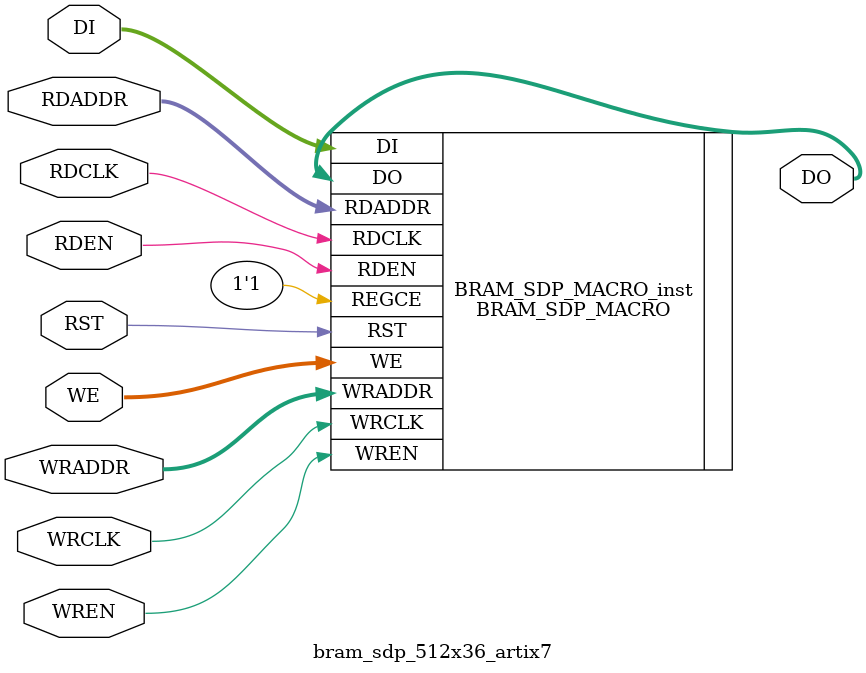
<source format=sv>
`default_nettype none
module bram_sdp_512x36_artix7 #(
    parameter int EN_REGISTER_MODE = 0
) (
    input  wire         RDCLK,
    input  wire         WRCLK,
    input  wire         RST,
    input  wire         RDEN,
    input  wire         WREN,
    input  wire  [ 3:0] WE,
    input  wire  [ 8:0] RDADDR,
    input  wire  [ 8:0] WRADDR,
    input  wire  [35:0] DI,
    output logic [35:0] DO
);

    // BRAM_SDP_MACRO : In order to incorporate this function into the design,
    //   Verilog   : the following instance declaration needs to be placed
    //  instance   : in the body of the design code.  The instance name
    // declaration : (BRAM_SDP_MACRO_inst) and/or the port declarations within the
    //    code     : parenthesis may be changed to properly reference and
    //             : connect this function to the design.  All inputs
    //             : and outputs must be connected.

    //  <-----Cut code below this line---->

    // BRAM_SDP_MACRO: Simple Dual Port RAM
    //                 Artix-7
    // Xilinx HDL Language Template, version 2022.1

    ///////////////////////////////////////////////////////////////////////
    //  READ_WIDTH | BRAM_SIZE | READ Depth  | RDADDR Width |            //
    // WRITE_WIDTH |           | WRITE Depth | WRADDR Width |  WE Width  //
    // ============|===========|=============|==============|============//
    //    37-72    |  "36Kb"   |      512    |     9-bit    |    8-bit   //
    //    19-36    |  "36Kb"   |     1024    |    10-bit    |    4-bit   //
    //    19-36    |  "18Kb"   |      512    |     9-bit    |    4-bit   //
    //    10-18    |  "36Kb"   |     2048    |    11-bit    |    2-bit   //
    //    10-18    |  "18Kb"   |     1024    |    10-bit    |    2-bit   //
    //     5-9     |  "36Kb"   |     4096    |    12-bit    |    1-bit   //
    //     5-9     |  "18Kb"   |     2048    |    11-bit    |    1-bit   //
    //     3-4     |  "36Kb"   |     8192    |    13-bit    |    1-bit   //
    //     3-4     |  "18Kb"   |     4096    |    12-bit    |    1-bit   //
    //       2     |  "36Kb"   |    16384    |    14-bit    |    1-bit   //
    //       2     |  "18Kb"   |     8192    |    13-bit    |    1-bit   //
    //       1     |  "36Kb"   |    32768    |    15-bit    |    1-bit   //
    //       1     |  "18Kb"   |    16384    |    14-bit    |    1-bit   //
    ///////////////////////////////////////////////////////////////////////

    BRAM_SDP_MACRO #(
        .BRAM_SIZE("18Kb"),  // Target BRAM, "18Kb" or "36Kb" 
        .DEVICE("7SERIES"),  // Target device: "7SERIES" 
        .WRITE_WIDTH(36),  // Valid values are 1-72 (37-72 only valid when BRAM_SIZE="36Kb")
        .READ_WIDTH(36),  // Valid values are 1-72 (37-72 only valid when BRAM_SIZE="36Kb")
        .DO_REG(EN_REGISTER_MODE),  // Optional output register (0 or 1)
        .INIT_FILE("NONE"),
        .SIM_COLLISION_CHECK("ALL"),  // Collision check enable "ALL", "WARNING_ONLY",
                                      //   "GENERATE_X_ONLY" or "NONE" 
        .SRVAL(72'h000000000000000000),  // Set/Reset value for port output
        .INIT(72'h000000000000000000),  // Initial values on output port
        .WRITE_MODE("WRITE_FIRST"),  // Specify "READ_FIRST" for same clock or synchronous clocks
                                     //   Specify "WRITE_FIRST for asynchronous clocks on ports
        .INIT_00(256'h0000000000000000000000000000000000000000000000000000000000000000),
        .INIT_01(256'h0000000000000000000000000000000000000000000000000000000000000000),
        .INIT_02(256'h0000000000000000000000000000000000000000000000000000000000000000),
        .INIT_03(256'h0000000000000000000000000000000000000000000000000000000000000000),
        .INIT_04(256'h0000000000000000000000000000000000000000000000000000000000000000),
        .INIT_05(256'h0000000000000000000000000000000000000000000000000000000000000000),
        .INIT_06(256'h0000000000000000000000000000000000000000000000000000000000000000),
        .INIT_07(256'h0000000000000000000000000000000000000000000000000000000000000000),
        .INIT_08(256'h0000000000000000000000000000000000000000000000000000000000000000),
        .INIT_09(256'h0000000000000000000000000000000000000000000000000000000000000000),
        .INIT_0A(256'h0000000000000000000000000000000000000000000000000000000000000000),
        .INIT_0B(256'h0000000000000000000000000000000000000000000000000000000000000000),
        .INIT_0C(256'h0000000000000000000000000000000000000000000000000000000000000000),
        .INIT_0D(256'h0000000000000000000000000000000000000000000000000000000000000000),
        .INIT_0E(256'h0000000000000000000000000000000000000000000000000000000000000000),
        .INIT_0F(256'h0000000000000000000000000000000000000000000000000000000000000000),
        .INIT_10(256'h0000000000000000000000000000000000000000000000000000000000000000),
        .INIT_11(256'h0000000000000000000000000000000000000000000000000000000000000000),
        .INIT_12(256'h0000000000000000000000000000000000000000000000000000000000000000),
        .INIT_13(256'h0000000000000000000000000000000000000000000000000000000000000000),
        .INIT_14(256'h0000000000000000000000000000000000000000000000000000000000000000),
        .INIT_15(256'h0000000000000000000000000000000000000000000000000000000000000000),
        .INIT_16(256'h0000000000000000000000000000000000000000000000000000000000000000),
        .INIT_17(256'h0000000000000000000000000000000000000000000000000000000000000000),
        .INIT_18(256'h0000000000000000000000000000000000000000000000000000000000000000),
        .INIT_19(256'h0000000000000000000000000000000000000000000000000000000000000000),
        .INIT_1A(256'h0000000000000000000000000000000000000000000000000000000000000000),
        .INIT_1B(256'h0000000000000000000000000000000000000000000000000000000000000000),
        .INIT_1C(256'h0000000000000000000000000000000000000000000000000000000000000000),
        .INIT_1D(256'h0000000000000000000000000000000000000000000000000000000000000000),
        .INIT_1E(256'h0000000000000000000000000000000000000000000000000000000000000000),
        .INIT_1F(256'h0000000000000000000000000000000000000000000000000000000000000000),
        .INIT_20(256'h0000000000000000000000000000000000000000000000000000000000000000),
        .INIT_21(256'h0000000000000000000000000000000000000000000000000000000000000000),
        .INIT_22(256'h0000000000000000000000000000000000000000000000000000000000000000),
        .INIT_23(256'h0000000000000000000000000000000000000000000000000000000000000000),
        .INIT_24(256'h0000000000000000000000000000000000000000000000000000000000000000),
        .INIT_25(256'h0000000000000000000000000000000000000000000000000000000000000000),
        .INIT_26(256'h0000000000000000000000000000000000000000000000000000000000000000),
        .INIT_27(256'h0000000000000000000000000000000000000000000000000000000000000000),
        .INIT_28(256'h0000000000000000000000000000000000000000000000000000000000000000),
        .INIT_29(256'h0000000000000000000000000000000000000000000000000000000000000000),
        .INIT_2A(256'h0000000000000000000000000000000000000000000000000000000000000000),
        .INIT_2B(256'h0000000000000000000000000000000000000000000000000000000000000000),
        .INIT_2C(256'h0000000000000000000000000000000000000000000000000000000000000000),
        .INIT_2D(256'h0000000000000000000000000000000000000000000000000000000000000000),
        .INIT_2E(256'h0000000000000000000000000000000000000000000000000000000000000000),
        .INIT_2F(256'h0000000000000000000000000000000000000000000000000000000000000000),
        .INIT_30(256'h0000000000000000000000000000000000000000000000000000000000000000),
        .INIT_31(256'h0000000000000000000000000000000000000000000000000000000000000000),
        .INIT_32(256'h0000000000000000000000000000000000000000000000000000000000000000),
        .INIT_33(256'h0000000000000000000000000000000000000000000000000000000000000000),
        .INIT_34(256'h0000000000000000000000000000000000000000000000000000000000000000),
        .INIT_35(256'h0000000000000000000000000000000000000000000000000000000000000000),
        .INIT_36(256'h0000000000000000000000000000000000000000000000000000000000000000),
        .INIT_37(256'h0000000000000000000000000000000000000000000000000000000000000000),
        .INIT_38(256'h0000000000000000000000000000000000000000000000000000000000000000),
        .INIT_39(256'h0000000000000000000000000000000000000000000000000000000000000000),
        .INIT_3A(256'h0000000000000000000000000000000000000000000000000000000000000000),
        .INIT_3B(256'h0000000000000000000000000000000000000000000000000000000000000000),
        .INIT_3C(256'h0000000000000000000000000000000000000000000000000000000000000000),
        .INIT_3D(256'h0000000000000000000000000000000000000000000000000000000000000000),
        .INIT_3E(256'h0000000000000000000000000000000000000000000000000000000000000000),
        .INIT_3F(256'h0000000000000000000000000000000000000000000000000000000000000000),

        // The next set of INIT_xx are valid when configured as 36Kb
        .INIT_40(256'h0000000000000000000000000000000000000000000000000000000000000000),
        .INIT_41(256'h0000000000000000000000000000000000000000000000000000000000000000),
        .INIT_42(256'h0000000000000000000000000000000000000000000000000000000000000000),
        .INIT_43(256'h0000000000000000000000000000000000000000000000000000000000000000),
        .INIT_44(256'h0000000000000000000000000000000000000000000000000000000000000000),
        .INIT_45(256'h0000000000000000000000000000000000000000000000000000000000000000),
        .INIT_46(256'h0000000000000000000000000000000000000000000000000000000000000000),
        .INIT_47(256'h0000000000000000000000000000000000000000000000000000000000000000),
        .INIT_48(256'h0000000000000000000000000000000000000000000000000000000000000000),
        .INIT_49(256'h0000000000000000000000000000000000000000000000000000000000000000),
        .INIT_4A(256'h0000000000000000000000000000000000000000000000000000000000000000),
        .INIT_4B(256'h0000000000000000000000000000000000000000000000000000000000000000),
        .INIT_4C(256'h0000000000000000000000000000000000000000000000000000000000000000),
        .INIT_4D(256'h0000000000000000000000000000000000000000000000000000000000000000),
        .INIT_4E(256'h0000000000000000000000000000000000000000000000000000000000000000),
        .INIT_4F(256'h0000000000000000000000000000000000000000000000000000000000000000),
        .INIT_50(256'h0000000000000000000000000000000000000000000000000000000000000000),
        .INIT_51(256'h0000000000000000000000000000000000000000000000000000000000000000),
        .INIT_52(256'h0000000000000000000000000000000000000000000000000000000000000000),
        .INIT_53(256'h0000000000000000000000000000000000000000000000000000000000000000),
        .INIT_54(256'h0000000000000000000000000000000000000000000000000000000000000000),
        .INIT_55(256'h0000000000000000000000000000000000000000000000000000000000000000),
        .INIT_56(256'h0000000000000000000000000000000000000000000000000000000000000000),
        .INIT_57(256'h0000000000000000000000000000000000000000000000000000000000000000),
        .INIT_58(256'h0000000000000000000000000000000000000000000000000000000000000000),
        .INIT_59(256'h0000000000000000000000000000000000000000000000000000000000000000),
        .INIT_5A(256'h0000000000000000000000000000000000000000000000000000000000000000),
        .INIT_5B(256'h0000000000000000000000000000000000000000000000000000000000000000),
        .INIT_5C(256'h0000000000000000000000000000000000000000000000000000000000000000),
        .INIT_5D(256'h0000000000000000000000000000000000000000000000000000000000000000),
        .INIT_5E(256'h0000000000000000000000000000000000000000000000000000000000000000),
        .INIT_5F(256'h0000000000000000000000000000000000000000000000000000000000000000),
        .INIT_60(256'h0000000000000000000000000000000000000000000000000000000000000000),
        .INIT_61(256'h0000000000000000000000000000000000000000000000000000000000000000),
        .INIT_62(256'h0000000000000000000000000000000000000000000000000000000000000000),
        .INIT_63(256'h0000000000000000000000000000000000000000000000000000000000000000),
        .INIT_64(256'h0000000000000000000000000000000000000000000000000000000000000000),
        .INIT_65(256'h0000000000000000000000000000000000000000000000000000000000000000),
        .INIT_66(256'h0000000000000000000000000000000000000000000000000000000000000000),
        .INIT_67(256'h0000000000000000000000000000000000000000000000000000000000000000),
        .INIT_68(256'h0000000000000000000000000000000000000000000000000000000000000000),
        .INIT_69(256'h0000000000000000000000000000000000000000000000000000000000000000),
        .INIT_6A(256'h0000000000000000000000000000000000000000000000000000000000000000),
        .INIT_6B(256'h0000000000000000000000000000000000000000000000000000000000000000),
        .INIT_6C(256'h0000000000000000000000000000000000000000000000000000000000000000),
        .INIT_6D(256'h0000000000000000000000000000000000000000000000000000000000000000),
        .INIT_6E(256'h0000000000000000000000000000000000000000000000000000000000000000),
        .INIT_6F(256'h0000000000000000000000000000000000000000000000000000000000000000),
        .INIT_70(256'h0000000000000000000000000000000000000000000000000000000000000000),
        .INIT_71(256'h0000000000000000000000000000000000000000000000000000000000000000),
        .INIT_72(256'h0000000000000000000000000000000000000000000000000000000000000000),
        .INIT_73(256'h0000000000000000000000000000000000000000000000000000000000000000),
        .INIT_74(256'h0000000000000000000000000000000000000000000000000000000000000000),
        .INIT_75(256'h0000000000000000000000000000000000000000000000000000000000000000),
        .INIT_76(256'h0000000000000000000000000000000000000000000000000000000000000000),
        .INIT_77(256'h0000000000000000000000000000000000000000000000000000000000000000),
        .INIT_78(256'h0000000000000000000000000000000000000000000000000000000000000000),
        .INIT_79(256'h0000000000000000000000000000000000000000000000000000000000000000),
        .INIT_7A(256'h0000000000000000000000000000000000000000000000000000000000000000),
        .INIT_7B(256'h0000000000000000000000000000000000000000000000000000000000000000),
        .INIT_7C(256'h0000000000000000000000000000000000000000000000000000000000000000),
        .INIT_7D(256'h0000000000000000000000000000000000000000000000000000000000000000),
        .INIT_7E(256'h0000000000000000000000000000000000000000000000000000000000000000),
        .INIT_7F(256'h0000000000000000000000000000000000000000000000000000000000000000),

        // The next set of INITP_xx are for the parity bits
        .INITP_00(256'h0000000000000000000000000000000000000000000000000000000000000000),
        .INITP_01(256'h0000000000000000000000000000000000000000000000000000000000000000),
        .INITP_02(256'h0000000000000000000000000000000000000000000000000000000000000000),
        .INITP_03(256'h0000000000000000000000000000000000000000000000000000000000000000),
        .INITP_04(256'h0000000000000000000000000000000000000000000000000000000000000000),
        .INITP_05(256'h0000000000000000000000000000000000000000000000000000000000000000),
        .INITP_06(256'h0000000000000000000000000000000000000000000000000000000000000000),
        .INITP_07(256'h0000000000000000000000000000000000000000000000000000000000000000),

        // The next set of INITP_xx are valid when configured as 36Kb
        .INITP_08(256'h0000000000000000000000000000000000000000000000000000000000000000),
        .INITP_09(256'h0000000000000000000000000000000000000000000000000000000000000000),
        .INITP_0A(256'h0000000000000000000000000000000000000000000000000000000000000000),
        .INITP_0B(256'h0000000000000000000000000000000000000000000000000000000000000000),
        .INITP_0C(256'h0000000000000000000000000000000000000000000000000000000000000000),
        .INITP_0D(256'h0000000000000000000000000000000000000000000000000000000000000000),
        .INITP_0E(256'h0000000000000000000000000000000000000000000000000000000000000000),
        .INITP_0F(256'h0000000000000000000000000000000000000000000000000000000000000000)
    ) BRAM_SDP_MACRO_inst (
        .DO    (DO),      // Output read data port, width defined by READ_WIDTH parameter
        .DI    (DI),      // Input write data port, width defined by WRITE_WIDTH parameter
        .RDADDR(RDADDR),  // Input read address, width defined by read port depth
        .RDCLK (RDCLK),   // 1-bit input read clock
        .RDEN  (RDEN),    // 1-bit input read port enable
        .REGCE (1'b1),    // 1-bit input read output register enable
        .RST   (RST),     // 1-bit input reset
        .WE    (WE),      // Input write enable, width defined by write port depth
        .WRADDR(WRADDR),  // Input write address, width defined by write port depth
        .WRCLK (WRCLK),   // 1-bit input write clock
        .WREN  (WREN)     // 1-bit input write port enable
    );

    // End of BRAM_SDP_MACRO_inst instantiation

endmodule

`default_nettype wire

</source>
